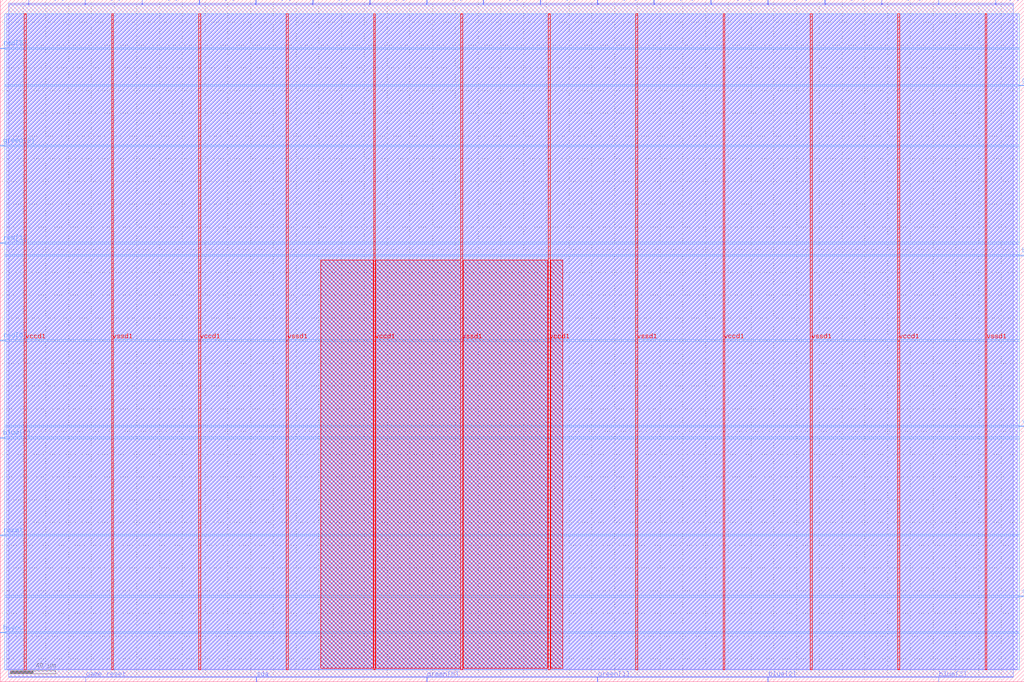
<source format=lef>
VERSION 5.7 ;
  NOWIREEXTENSIONATPIN ON ;
  DIVIDERCHAR "/" ;
  BUSBITCHARS "[]" ;
MACRO pong
  CLASS BLOCK ;
  FOREIGN pong ;
  ORIGIN 0.000 0.000 ;
  SIZE 900.000 BY 600.000 ;
  PIN blue[0]
    DIRECTION OUTPUT TRISTATE ;
    USE SIGNAL ;
    PORT
      LAYER met3 ;
        RECT 0.000 214.240 4.000 214.840 ;
    END
  END blue[0]
  PIN blue[1]
    DIRECTION OUTPUT TRISTATE ;
    USE SIGNAL ;
    PORT
      LAYER met3 ;
        RECT 896.000 374.720 900.000 375.320 ;
    END
  END blue[1]
  PIN blue[2]
    DIRECTION OUTPUT TRISTATE ;
    USE SIGNAL ;
    PORT
      LAYER met2 ;
        RECT 674.910 0.000 675.190 4.000 ;
    END
  END blue[2]
  PIN blue[3]
    DIRECTION OUTPUT TRISTATE ;
    USE SIGNAL ;
    PORT
      LAYER met2 ;
        RECT 824.870 0.000 825.150 4.000 ;
    END
  END blue[3]
  PIN clk
    DIRECTION INPUT ;
    USE SIGNAL ;
    PORT
      LAYER met2 ;
        RECT 824.870 596.000 825.150 600.000 ;
    END
  END clk
  PIN game_reset
    DIRECTION INPUT ;
    USE SIGNAL ;
    PORT
      LAYER met2 ;
        RECT 75.070 0.000 75.350 4.000 ;
    END
  END game_reset
  PIN green[0]
    DIRECTION OUTPUT TRISTATE ;
    USE SIGNAL ;
    PORT
      LAYER met2 ;
        RECT 374.990 0.000 375.270 4.000 ;
    END
  END green[0]
  PIN green[1]
    DIRECTION OUTPUT TRISTATE ;
    USE SIGNAL ;
    PORT
      LAYER met2 ;
        RECT 524.950 0.000 525.230 4.000 ;
    END
  END green[1]
  PIN green[2]
    DIRECTION OUTPUT TRISTATE ;
    USE SIGNAL ;
    PORT
      LAYER met3 ;
        RECT 0.000 471.280 4.000 471.880 ;
    END
  END green[2]
  PIN green[3]
    DIRECTION OUTPUT TRISTATE ;
    USE SIGNAL ;
    PORT
      LAYER met3 ;
        RECT 896.000 524.320 900.000 524.920 ;
    END
  END green[3]
  PIN hsync
    DIRECTION OUTPUT TRISTATE ;
    USE SIGNAL ;
    PORT
      LAYER met3 ;
        RECT 0.000 42.880 4.000 43.480 ;
    END
  END hsync
  PIN io_oeb[0]
    DIRECTION OUTPUT TRISTATE ;
    USE SIGNAL ;
    PORT
      LAYER met2 ;
        RECT 24.930 596.000 25.210 600.000 ;
    END
  END io_oeb[0]
  PIN io_oeb[10]
    DIRECTION OUTPUT TRISTATE ;
    USE SIGNAL ;
    PORT
      LAYER met2 ;
        RECT 524.950 596.000 525.230 600.000 ;
    END
  END io_oeb[10]
  PIN io_oeb[11]
    DIRECTION OUTPUT TRISTATE ;
    USE SIGNAL ;
    PORT
      LAYER met2 ;
        RECT 574.630 596.000 574.910 600.000 ;
    END
  END io_oeb[11]
  PIN io_oeb[12]
    DIRECTION OUTPUT TRISTATE ;
    USE SIGNAL ;
    PORT
      LAYER met2 ;
        RECT 624.770 596.000 625.050 600.000 ;
    END
  END io_oeb[12]
  PIN io_oeb[13]
    DIRECTION OUTPUT TRISTATE ;
    USE SIGNAL ;
    PORT
      LAYER met2 ;
        RECT 674.910 596.000 675.190 600.000 ;
    END
  END io_oeb[13]
  PIN io_oeb[14]
    DIRECTION OUTPUT TRISTATE ;
    USE SIGNAL ;
    PORT
      LAYER met2 ;
        RECT 725.050 596.000 725.330 600.000 ;
    END
  END io_oeb[14]
  PIN io_oeb[15]
    DIRECTION OUTPUT TRISTATE ;
    USE SIGNAL ;
    PORT
      LAYER met2 ;
        RECT 774.730 596.000 775.010 600.000 ;
    END
  END io_oeb[15]
  PIN io_oeb[1]
    DIRECTION OUTPUT TRISTATE ;
    USE SIGNAL ;
    PORT
      LAYER met2 ;
        RECT 74.610 596.000 74.890 600.000 ;
    END
  END io_oeb[1]
  PIN io_oeb[2]
    DIRECTION OUTPUT TRISTATE ;
    USE SIGNAL ;
    PORT
      LAYER met2 ;
        RECT 124.750 596.000 125.030 600.000 ;
    END
  END io_oeb[2]
  PIN io_oeb[3]
    DIRECTION OUTPUT TRISTATE ;
    USE SIGNAL ;
    PORT
      LAYER met2 ;
        RECT 174.890 596.000 175.170 600.000 ;
    END
  END io_oeb[3]
  PIN io_oeb[4]
    DIRECTION OUTPUT TRISTATE ;
    USE SIGNAL ;
    PORT
      LAYER met2 ;
        RECT 224.570 596.000 224.850 600.000 ;
    END
  END io_oeb[4]
  PIN io_oeb[5]
    DIRECTION OUTPUT TRISTATE ;
    USE SIGNAL ;
    PORT
      LAYER met2 ;
        RECT 274.710 596.000 274.990 600.000 ;
    END
  END io_oeb[5]
  PIN io_oeb[6]
    DIRECTION OUTPUT TRISTATE ;
    USE SIGNAL ;
    PORT
      LAYER met2 ;
        RECT 324.850 596.000 325.130 600.000 ;
    END
  END io_oeb[6]
  PIN io_oeb[7]
    DIRECTION OUTPUT TRISTATE ;
    USE SIGNAL ;
    PORT
      LAYER met2 ;
        RECT 374.990 596.000 375.270 600.000 ;
    END
  END io_oeb[7]
  PIN io_oeb[8]
    DIRECTION OUTPUT TRISTATE ;
    USE SIGNAL ;
    PORT
      LAYER met2 ;
        RECT 424.670 596.000 424.950 600.000 ;
    END
  END io_oeb[8]
  PIN io_oeb[9]
    DIRECTION OUTPUT TRISTATE ;
    USE SIGNAL ;
    PORT
      LAYER met2 ;
        RECT 474.810 596.000 475.090 600.000 ;
    END
  END io_oeb[9]
  PIN red[0]
    DIRECTION OUTPUT TRISTATE ;
    USE SIGNAL ;
    PORT
      LAYER met3 ;
        RECT 0.000 299.920 4.000 300.520 ;
    END
  END red[0]
  PIN red[1]
    DIRECTION OUTPUT TRISTATE ;
    USE SIGNAL ;
    PORT
      LAYER met3 ;
        RECT 0.000 385.600 4.000 386.200 ;
    END
  END red[1]
  PIN red[2]
    DIRECTION OUTPUT TRISTATE ;
    USE SIGNAL ;
    PORT
      LAYER met2 ;
        RECT 875.010 596.000 875.290 600.000 ;
    END
  END red[2]
  PIN red[3]
    DIRECTION OUTPUT TRISTATE ;
    USE SIGNAL ;
    PORT
      LAYER met3 ;
        RECT 0.000 556.960 4.000 557.560 ;
    END
  END red[3]
  PIN reset
    DIRECTION INPUT ;
    USE SIGNAL ;
    PORT
      LAYER met3 ;
        RECT 0.000 128.560 4.000 129.160 ;
    END
  END reset
  PIN scl
    DIRECTION INOUT ;
    USE SIGNAL ;
    PORT
      LAYER met3 ;
        RECT 896.000 74.840 900.000 75.440 ;
    END
  END scl
  PIN sda
    DIRECTION INOUT ;
    USE SIGNAL ;
    PORT
      LAYER met2 ;
        RECT 225.030 0.000 225.310 4.000 ;
    END
  END sda
  PIN vccd1
    DIRECTION INPUT ;
    USE POWER ;
    PORT
      LAYER met4 ;
        RECT 21.040 10.640 22.640 587.760 ;
    END
    PORT
      LAYER met4 ;
        RECT 174.640 10.640 176.240 587.760 ;
    END
    PORT
      LAYER met4 ;
        RECT 328.240 10.640 329.840 587.760 ;
    END
    PORT
      LAYER met4 ;
        RECT 481.840 10.640 483.440 587.760 ;
    END
    PORT
      LAYER met4 ;
        RECT 635.440 10.640 637.040 587.760 ;
    END
    PORT
      LAYER met4 ;
        RECT 789.040 10.640 790.640 587.760 ;
    END
  END vccd1
  PIN vssd1
    DIRECTION INPUT ;
    USE GROUND ;
    PORT
      LAYER met4 ;
        RECT 97.840 10.640 99.440 587.760 ;
    END
    PORT
      LAYER met4 ;
        RECT 251.440 10.640 253.040 587.760 ;
    END
    PORT
      LAYER met4 ;
        RECT 405.040 10.640 406.640 587.760 ;
    END
    PORT
      LAYER met4 ;
        RECT 558.640 10.640 560.240 587.760 ;
    END
    PORT
      LAYER met4 ;
        RECT 712.240 10.640 713.840 587.760 ;
    END
    PORT
      LAYER met4 ;
        RECT 865.840 10.640 867.440 587.760 ;
    END
  END vssd1
  PIN vsync
    DIRECTION OUTPUT TRISTATE ;
    USE SIGNAL ;
    PORT
      LAYER met3 ;
        RECT 896.000 224.440 900.000 225.040 ;
    END
  END vsync
  OBS
      LAYER li1 ;
        RECT 5.520 10.795 894.240 587.605 ;
      LAYER met1 ;
        RECT 5.520 10.640 894.240 587.760 ;
      LAYER met2 ;
        RECT 7.450 595.720 24.650 596.770 ;
        RECT 25.490 595.720 74.330 596.770 ;
        RECT 75.170 595.720 124.470 596.770 ;
        RECT 125.310 595.720 174.610 596.770 ;
        RECT 175.450 595.720 224.290 596.770 ;
        RECT 225.130 595.720 274.430 596.770 ;
        RECT 275.270 595.720 324.570 596.770 ;
        RECT 325.410 595.720 374.710 596.770 ;
        RECT 375.550 595.720 424.390 596.770 ;
        RECT 425.230 595.720 474.530 596.770 ;
        RECT 475.370 595.720 524.670 596.770 ;
        RECT 525.510 595.720 574.350 596.770 ;
        RECT 575.190 595.720 624.490 596.770 ;
        RECT 625.330 595.720 674.630 596.770 ;
        RECT 675.470 595.720 724.770 596.770 ;
        RECT 725.610 595.720 774.450 596.770 ;
        RECT 775.290 595.720 824.590 596.770 ;
        RECT 825.430 595.720 874.730 596.770 ;
        RECT 875.570 595.720 890.470 596.770 ;
        RECT 7.450 4.280 890.470 595.720 ;
        RECT 7.450 4.000 74.790 4.280 ;
        RECT 75.630 4.000 224.750 4.280 ;
        RECT 225.590 4.000 374.710 4.280 ;
        RECT 375.550 4.000 524.670 4.280 ;
        RECT 525.510 4.000 674.630 4.280 ;
        RECT 675.470 4.000 824.590 4.280 ;
        RECT 825.430 4.000 890.470 4.280 ;
      LAYER met3 ;
        RECT 4.000 557.960 896.000 587.685 ;
        RECT 4.400 556.560 896.000 557.960 ;
        RECT 4.000 525.320 896.000 556.560 ;
        RECT 4.000 523.920 895.600 525.320 ;
        RECT 4.000 472.280 896.000 523.920 ;
        RECT 4.400 470.880 896.000 472.280 ;
        RECT 4.000 386.600 896.000 470.880 ;
        RECT 4.400 385.200 896.000 386.600 ;
        RECT 4.000 375.720 896.000 385.200 ;
        RECT 4.000 374.320 895.600 375.720 ;
        RECT 4.000 300.920 896.000 374.320 ;
        RECT 4.400 299.520 896.000 300.920 ;
        RECT 4.000 225.440 896.000 299.520 ;
        RECT 4.000 224.040 895.600 225.440 ;
        RECT 4.000 215.240 896.000 224.040 ;
        RECT 4.400 213.840 896.000 215.240 ;
        RECT 4.000 129.560 896.000 213.840 ;
        RECT 4.400 128.160 896.000 129.560 ;
        RECT 4.000 75.840 896.000 128.160 ;
        RECT 4.000 74.440 895.600 75.840 ;
        RECT 4.000 43.880 896.000 74.440 ;
        RECT 4.400 42.480 896.000 43.880 ;
        RECT 4.000 10.715 896.000 42.480 ;
      LAYER met4 ;
        RECT 281.815 11.735 327.840 371.105 ;
        RECT 330.240 11.735 404.640 371.105 ;
        RECT 407.040 11.735 481.440 371.105 ;
        RECT 483.840 11.735 494.665 371.105 ;
  END
END pong
END LIBRARY


</source>
